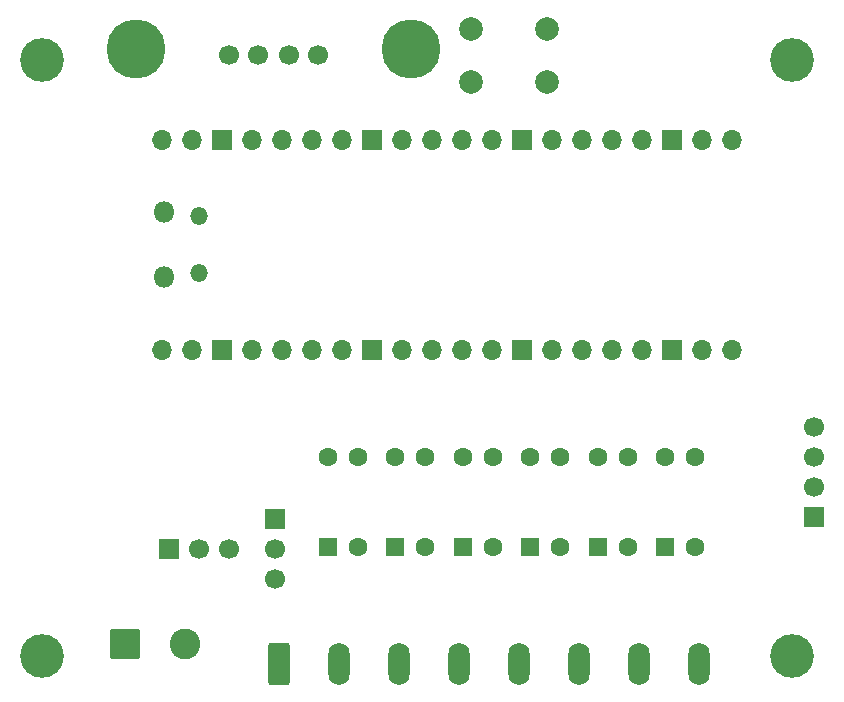
<source format=gbr>
%TF.GenerationSoftware,KiCad,Pcbnew,9.0.2*%
%TF.CreationDate,2025-08-10T10:42:45-04:00*%
%TF.ProjectId,Input_Pico,496e7075-745f-4506-9963-6f2e6b696361,v1*%
%TF.SameCoordinates,Original*%
%TF.FileFunction,Soldermask,Bot*%
%TF.FilePolarity,Negative*%
%FSLAX46Y46*%
G04 Gerber Fmt 4.6, Leading zero omitted, Abs format (unit mm)*
G04 Created by KiCad (PCBNEW 9.0.2) date 2025-08-10 10:42:45*
%MOMM*%
%LPD*%
G01*
G04 APERTURE LIST*
G04 Aperture macros list*
%AMRoundRect*
0 Rectangle with rounded corners*
0 $1 Rounding radius*
0 $2 $3 $4 $5 $6 $7 $8 $9 X,Y pos of 4 corners*
0 Add a 4 corners polygon primitive as box body*
4,1,4,$2,$3,$4,$5,$6,$7,$8,$9,$2,$3,0*
0 Add four circle primitives for the rounded corners*
1,1,$1+$1,$2,$3*
1,1,$1+$1,$4,$5*
1,1,$1+$1,$6,$7*
1,1,$1+$1,$8,$9*
0 Add four rect primitives between the rounded corners*
20,1,$1+$1,$2,$3,$4,$5,0*
20,1,$1+$1,$4,$5,$6,$7,0*
20,1,$1+$1,$6,$7,$8,$9,0*
20,1,$1+$1,$8,$9,$2,$3,0*%
G04 Aperture macros list end*
%ADD10O,1.800000X1.800000*%
%ADD11O,1.500000X1.500000*%
%ADD12O,1.700000X1.700000*%
%ADD13R,1.700000X1.700000*%
%ADD14C,1.700000*%
%ADD15C,3.700000*%
%ADD16RoundRect,0.250000X0.550000X-0.550000X0.550000X0.550000X-0.550000X0.550000X-0.550000X-0.550000X0*%
%ADD17C,1.600000*%
%ADD18RoundRect,0.250000X-1.050000X-1.050000X1.050000X-1.050000X1.050000X1.050000X-1.050000X1.050000X0*%
%ADD19C,2.600000*%
%ADD20RoundRect,0.250000X-0.650000X-1.550000X0.650000X-1.550000X0.650000X1.550000X-0.650000X1.550000X0*%
%ADD21O,1.800000X3.600000*%
%ADD22C,2.000000*%
%ADD23C,5.000000*%
G04 APERTURE END LIST*
D10*
%TO.C,U1*%
X86600000Y-117925000D03*
D11*
X89630000Y-117625000D03*
X89630000Y-112775000D03*
D10*
X86600000Y-112475000D03*
D12*
X86470000Y-124090000D03*
X89010000Y-124090000D03*
D13*
X91550000Y-124090000D03*
D12*
X94090000Y-124090000D03*
X96630000Y-124090000D03*
X99170000Y-124090000D03*
X101710000Y-124090000D03*
D13*
X104250000Y-124090000D03*
D12*
X106790000Y-124090000D03*
X109330000Y-124090000D03*
X111870000Y-124090000D03*
X114410000Y-124090000D03*
D13*
X116950000Y-124090000D03*
D12*
X119490000Y-124090000D03*
X122030000Y-124090000D03*
X124570000Y-124090000D03*
X127110000Y-124090000D03*
D13*
X129650000Y-124090000D03*
D12*
X132190000Y-124090000D03*
X134730000Y-124090000D03*
X134730000Y-106310000D03*
X132190000Y-106310000D03*
D13*
X129650000Y-106310000D03*
D12*
X127110000Y-106310000D03*
X124570000Y-106310000D03*
X122030000Y-106310000D03*
X119490000Y-106310000D03*
D13*
X116950000Y-106310000D03*
D12*
X114410000Y-106310000D03*
X111870000Y-106310000D03*
X109330000Y-106310000D03*
X106790000Y-106310000D03*
D13*
X104250000Y-106310000D03*
D12*
X101710000Y-106310000D03*
X99170000Y-106310000D03*
X96630000Y-106310000D03*
X94090000Y-106310000D03*
D13*
X91550000Y-106310000D03*
D12*
X89010000Y-106310000D03*
X86470000Y-106310000D03*
%TD*%
D13*
%TO.C,J1*%
X96000000Y-138440000D03*
D14*
X96000000Y-140980000D03*
X96000000Y-143520000D03*
%TD*%
D13*
%TO.C,J4*%
X141650000Y-138295000D03*
D14*
X141650000Y-135755000D03*
X141650000Y-133215000D03*
X141650000Y-130675000D03*
%TD*%
D15*
%TO.C,H4*%
X139800000Y-150000000D03*
%TD*%
%TO.C,H3*%
X139800000Y-99600000D03*
%TD*%
%TO.C,H2*%
X76300000Y-150000000D03*
%TD*%
D16*
%TO.C,U7*%
X117625000Y-140810000D03*
D17*
X120165000Y-140810000D03*
X120165000Y-133190000D03*
X117625000Y-133190000D03*
%TD*%
D16*
%TO.C,U6*%
X111925000Y-140805000D03*
D17*
X114465000Y-140805000D03*
X114465000Y-133185000D03*
X111925000Y-133185000D03*
%TD*%
D16*
%TO.C,U5*%
X106225000Y-140805000D03*
D17*
X108765000Y-140805000D03*
X108765000Y-133185000D03*
X106225000Y-133185000D03*
%TD*%
D18*
%TO.C,TB1*%
X83345000Y-149025000D03*
D19*
X88425000Y-149025000D03*
%TD*%
D16*
%TO.C,U8*%
X123350000Y-140810000D03*
D17*
X125890000Y-140810000D03*
X125890000Y-133190000D03*
X123350000Y-133190000D03*
%TD*%
D15*
%TO.C,H1*%
X76300000Y-99600000D03*
%TD*%
D16*
%TO.C,U9*%
X129065000Y-140805000D03*
D17*
X131605000Y-140805000D03*
X131605000Y-133185000D03*
X129065000Y-133185000D03*
%TD*%
D20*
%TO.C,J5*%
X96345000Y-150705000D03*
D21*
X101425000Y-150705000D03*
X106505000Y-150705000D03*
X111585000Y-150705000D03*
X116665000Y-150705000D03*
X121745000Y-150705000D03*
X126825000Y-150705000D03*
X131905000Y-150705000D03*
%TD*%
D22*
%TO.C,SW1*%
X119100000Y-101400000D03*
X112600000Y-101400000D03*
X119100000Y-96900000D03*
X112600000Y-96900000D03*
%TD*%
D13*
%TO.C,J2*%
X87070000Y-141000000D03*
D14*
X89610000Y-141000000D03*
X92150000Y-141000000D03*
%TD*%
D23*
%TO.C,J3*%
X107550000Y-98650000D03*
X84250000Y-98650000D03*
D14*
X92100000Y-99150000D03*
X94600000Y-99150000D03*
X97200000Y-99150000D03*
X99700000Y-99150000D03*
%TD*%
D16*
%TO.C,U4*%
X100525000Y-140805000D03*
D17*
X103065000Y-140805000D03*
X103065000Y-133185000D03*
X100525000Y-133185000D03*
%TD*%
M02*

</source>
